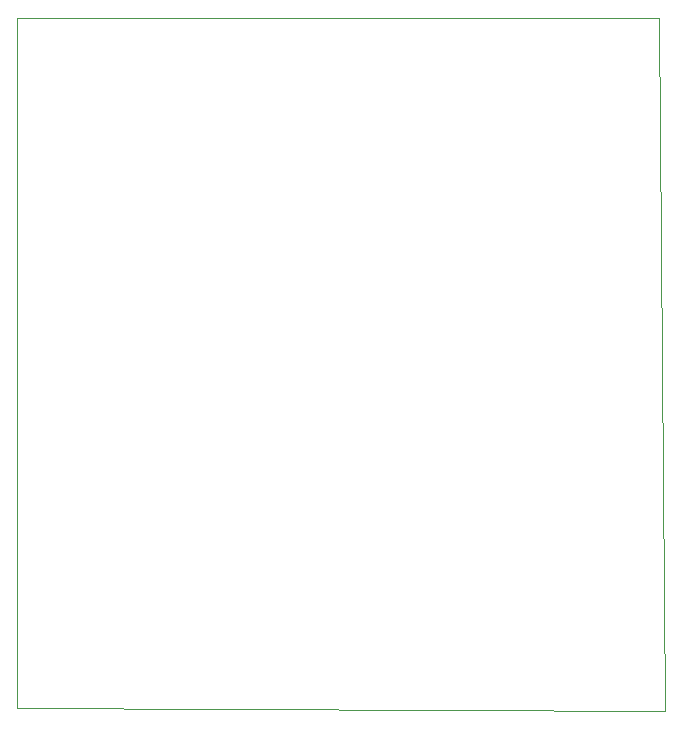
<source format=gbr>
G04 #@! TF.GenerationSoftware,KiCad,Pcbnew,7.0.11+dfsg-1build4*
G04 #@! TF.CreationDate,2026-02-26T20:41:32-05:00*
G04 #@! TF.ProjectId,tweed57,74776565-6435-4372-9e6b-696361645f70,rev?*
G04 #@! TF.SameCoordinates,Original*
G04 #@! TF.FileFunction,Profile,NP*
%FSLAX46Y46*%
G04 Gerber Fmt 4.6, Leading zero omitted, Abs format (unit mm)*
G04 Created by KiCad (PCBNEW 7.0.11+dfsg-1build4) date 2026-02-26 20:41:32*
%MOMM*%
%LPD*%
G01*
G04 APERTURE LIST*
G04 #@! TA.AperFunction,Profile*
%ADD10C,0.100000*%
G04 #@! TD*
G04 APERTURE END LIST*
D10*
X154940000Y-108712000D02*
X154686000Y-108712000D01*
X100076000Y-50038000D02*
X154178000Y-50038000D01*
X154686000Y-108712000D02*
X100076000Y-108458000D01*
X154178000Y-50038000D02*
X154432000Y-50038000D01*
X154432000Y-50038000D02*
X154940000Y-108712000D01*
X100076000Y-108458000D02*
X100076000Y-50038000D01*
M02*

</source>
